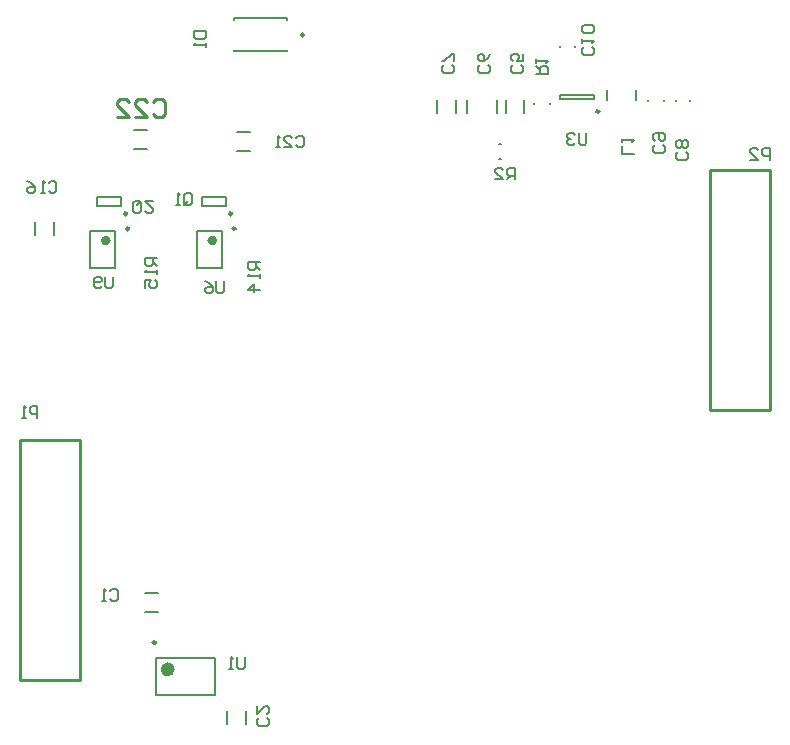
<source format=gbr>
%TF.GenerationSoftware,Altium Limited,Altium Designer,18.0.12 (696)*%
G04 Layer_Color=32896*
%FSLAX26Y26*%
%MOIN*%
%TF.FileFunction,Legend,Bot*%
%TF.Part,Single*%
G01*
G75*
%TA.AperFunction,NonConductor*%
%ADD78C,0.009842*%
%ADD79C,0.015748*%
%ADD80C,0.023622*%
%ADD81C,0.007874*%
%ADD82C,0.010000*%
D78*
X895669Y2450000D02*
G03*
X895669Y2450000I-4921J0D01*
G01*
X312599Y1803898D02*
G03*
X312599Y1803898I-4921J0D01*
G01*
X667598D02*
G03*
X667598Y1803898I-4921J0D01*
G01*
X1879551Y2195117D02*
G03*
X1879551Y2195117I-4921J0D01*
G01*
X401614Y424276D02*
G03*
X401614Y424276I-4921J0D01*
G01*
X655039Y1853661D02*
G03*
X655039Y1853661I-4921J0D01*
G01*
X305039D02*
G03*
X305039Y1853661I-4921J0D01*
G01*
D79*
X242717Y1764527D02*
G03*
X242717Y1764527I-7874J0D01*
G01*
X597717D02*
G03*
X597717Y1764527I-7874J0D01*
G01*
D80*
X452992Y334709D02*
G03*
X452992Y334709I-11811J0D01*
G01*
D81*
X63496Y1781346D02*
Y1824653D01*
X504Y1781346D02*
Y1824653D01*
X328346Y2131496D02*
X371654D01*
X328346Y2068504D02*
X371654D01*
X673346Y2126496D02*
X716654D01*
X673346Y2063504D02*
X716654D01*
X661417Y2505118D02*
X838583D01*
X661417Y2394882D02*
X838583D01*
Y2499213D02*
Y2505118D01*
X661417Y2499213D02*
Y2505118D01*
X838583Y2394882D02*
Y2400787D01*
X661417Y2394882D02*
Y2400787D01*
X183661Y1673976D02*
X266339D01*
X183661Y1796024D02*
X266339D01*
X183661Y1673976D02*
Y1796024D01*
X266339Y1673976D02*
Y1796024D01*
X538662Y1673976D02*
X621339D01*
X538662Y1796024D02*
X621339D01*
X538662Y1673976D02*
Y1796024D01*
X621339Y1673976D02*
Y1796024D01*
X1628528Y2189290D02*
Y2232596D01*
X1569472Y2189290D02*
Y2232596D01*
X1538212Y2189290D02*
Y2232598D01*
X1439786Y2189290D02*
Y2232598D01*
X1403150Y2189566D02*
Y2232874D01*
X1340158Y2189566D02*
Y2232874D01*
X2183606Y2228976D02*
Y2232912D01*
X2134394Y2228976D02*
Y2232912D01*
X2095576Y2228976D02*
Y2232912D01*
X2042426Y2228976D02*
Y2232912D01*
X1750394Y2408031D02*
Y2411969D01*
X1799606Y2408031D02*
Y2411969D01*
X1907086Y2233858D02*
Y2265354D01*
X2001574Y2233858D02*
Y2265354D01*
X1663410Y2218976D02*
Y2222914D01*
X1714590Y2218976D02*
Y2222914D01*
X1547032Y2086534D02*
X1550968D01*
X1547032Y2035352D02*
X1550968D01*
X1747662Y2248266D02*
X1861834D01*
X1747662Y2236456D02*
X1861834D01*
X1747662D02*
Y2248266D01*
X1861834Y2236456D02*
Y2248266D01*
X639504Y152346D02*
Y195654D01*
X702496Y152346D02*
Y195654D01*
X364346Y527504D02*
X407654D01*
X364346Y590496D02*
X407654D01*
X598662Y248094D02*
Y374080D01*
X401812Y248094D02*
Y374080D01*
Y248094D02*
X598662D01*
X401812Y374080D02*
X598662D01*
X635551Y1881220D02*
Y1908780D01*
X554449Y1881220D02*
Y1908780D01*
Y1881220D02*
X635551D01*
X554449Y1908780D02*
X635551D01*
X285551Y1881220D02*
Y1908780D01*
X204449Y1881220D02*
Y1908780D01*
Y1881220D02*
X285551D01*
X204449Y1908780D02*
X285551D01*
X404000Y1706000D02*
X364643D01*
Y1686321D01*
X371202Y1679762D01*
X384321D01*
X390881Y1686321D01*
Y1706000D01*
Y1692881D02*
X404000Y1679762D01*
Y1666643D02*
Y1653524D01*
Y1660083D01*
X364643D01*
X371202Y1666643D01*
X364643Y1607607D02*
Y1633845D01*
X384321D01*
X377762Y1620726D01*
Y1614166D01*
X384321Y1607607D01*
X397440D01*
X404000Y1614166D01*
Y1627285D01*
X397440Y1633845D01*
X748000Y1692000D02*
X708643D01*
Y1672321D01*
X715202Y1665762D01*
X728321D01*
X734881Y1672321D01*
Y1692000D01*
Y1678881D02*
X748000Y1665762D01*
Y1652643D02*
Y1639524D01*
Y1646083D01*
X708643D01*
X715202Y1652643D01*
X748000Y1600166D02*
X708643D01*
X728321Y1619845D01*
Y1593607D01*
X868762Y2107798D02*
X875321Y2114357D01*
X888440D01*
X895000Y2107798D01*
Y2081560D01*
X888440Y2075000D01*
X875321D01*
X868762Y2081560D01*
X829404Y2075000D02*
X855643D01*
X829404Y2101238D01*
Y2107798D01*
X835964Y2114357D01*
X849083D01*
X855643Y2107798D01*
X816285Y2075000D02*
X803166D01*
X809726D01*
Y2114357D01*
X816285Y2107798D01*
X698150Y375421D02*
Y342623D01*
X691590Y336063D01*
X678471D01*
X671911Y342623D01*
Y375421D01*
X658792Y336063D02*
X645673D01*
X652233D01*
Y375421D01*
X658792Y368861D01*
X1837150Y2121421D02*
Y2088623D01*
X1830590Y2082063D01*
X1817471D01*
X1810911Y2088623D01*
Y2121421D01*
X1797792Y2114861D02*
X1791233Y2121421D01*
X1778113D01*
X1771554Y2114861D01*
Y2108302D01*
X1778113Y2101742D01*
X1784673D01*
X1778113D01*
X1771554Y2095182D01*
Y2088623D01*
X1778113Y2082063D01*
X1791233D01*
X1797792Y2088623D01*
X1599016Y1968110D02*
Y2007468D01*
X1579337D01*
X1572777Y2000908D01*
Y1987789D01*
X1579337Y1981229D01*
X1599016D01*
X1585897D02*
X1572777Y1968110D01*
X1533420D02*
X1559658D01*
X1533420Y1994348D01*
Y2000908D01*
X1539980Y2007468D01*
X1553099D01*
X1559658Y2000908D01*
X1670299Y2318385D02*
X1709657D01*
Y2338064D01*
X1703097Y2344623D01*
X1689978D01*
X1683418Y2338064D01*
Y2318385D01*
Y2331504D02*
X1670299Y2344623D01*
Y2357742D02*
Y2370861D01*
Y2364302D01*
X1709657D01*
X1703097Y2357742D01*
X1996507Y2052063D02*
X1957150D01*
Y2078302D01*
Y2091421D02*
Y2104540D01*
Y2097980D01*
X1996507D01*
X1989947Y2091421D01*
X1856184Y2410348D02*
X1862743Y2403789D01*
Y2390670D01*
X1856184Y2384110D01*
X1829945D01*
X1823386Y2390670D01*
Y2403789D01*
X1829945Y2410348D01*
X1823386Y2423468D02*
Y2436587D01*
Y2430027D01*
X1862743D01*
X1856184Y2423468D01*
Y2456265D02*
X1862743Y2462825D01*
Y2475944D01*
X1856184Y2482504D01*
X1829945D01*
X1823386Y2475944D01*
Y2462825D01*
X1829945Y2456265D01*
X1856184D01*
X2090798Y2082238D02*
X2097357Y2075679D01*
Y2062560D01*
X2090798Y2056000D01*
X2064560D01*
X2058000Y2062560D01*
Y2075679D01*
X2064560Y2082238D01*
Y2095357D02*
X2058000Y2101917D01*
Y2115036D01*
X2064560Y2121596D01*
X2090798D01*
X2097357Y2115036D01*
Y2101917D01*
X2090798Y2095357D01*
X2084238D01*
X2077679Y2101917D01*
Y2121596D01*
X2168231Y2060293D02*
X2174791Y2053734D01*
Y2040615D01*
X2168231Y2034055D01*
X2141993D01*
X2135433Y2040615D01*
Y2053734D01*
X2141993Y2060293D01*
X2168231Y2073412D02*
X2174791Y2079972D01*
Y2093091D01*
X2168231Y2099651D01*
X2161671D01*
X2155112Y2093091D01*
X2148552Y2099651D01*
X2141993D01*
X2135433Y2093091D01*
Y2079972D01*
X2141993Y2073412D01*
X2148552D01*
X2155112Y2079972D01*
X2161671Y2073412D01*
X2168231D01*
X2155112Y2079972D02*
Y2093091D01*
X770947Y172302D02*
X777507Y165742D01*
Y152623D01*
X770947Y146063D01*
X744709D01*
X738150Y152623D01*
Y165742D01*
X744709Y172302D01*
X738150Y211659D02*
Y185421D01*
X764388Y211659D01*
X770947D01*
X777507Y205100D01*
Y191980D01*
X770947Y185421D01*
X1389947Y2348302D02*
X1396507Y2341742D01*
Y2328623D01*
X1389947Y2322063D01*
X1363709D01*
X1357150Y2328623D01*
Y2341742D01*
X1363709Y2348302D01*
X1396507Y2361421D02*
Y2387659D01*
X1389947D01*
X1363709Y2361421D01*
X1357150D01*
X1509947Y2348302D02*
X1516507Y2341742D01*
Y2328623D01*
X1509947Y2322063D01*
X1483709D01*
X1477150Y2328623D01*
Y2341742D01*
X1483709Y2348302D01*
X1516507Y2387659D02*
X1509947Y2374540D01*
X1496828Y2361421D01*
X1483709D01*
X1477150Y2367980D01*
Y2381099D01*
X1483709Y2387659D01*
X1490269D01*
X1496828Y2381099D01*
Y2361421D01*
X248022Y595231D02*
X254581Y601791D01*
X267700D01*
X274260Y595231D01*
Y568993D01*
X267700Y562433D01*
X254581D01*
X248022Y568993D01*
X234903Y562433D02*
X221784D01*
X228343D01*
Y601791D01*
X234903Y595231D01*
X1619947Y2348302D02*
X1626507Y2341742D01*
Y2328623D01*
X1619947Y2322063D01*
X1593709D01*
X1587150Y2328623D01*
Y2341742D01*
X1593709Y2348302D01*
X1626507Y2387659D02*
Y2361421D01*
X1606828D01*
X1613388Y2374540D01*
Y2381099D01*
X1606828Y2387659D01*
X1593709D01*
X1587150Y2381099D01*
Y2367980D01*
X1593709Y2361421D01*
X7150Y1172063D02*
Y1211421D01*
X-12529D01*
X-19089Y1204861D01*
Y1191742D01*
X-12529Y1185182D01*
X7150D01*
X-32208Y1172063D02*
X-45327D01*
X-38767D01*
Y1211421D01*
X-32208Y1204861D01*
X2447260Y2032528D02*
Y2071885D01*
X2427581D01*
X2421022Y2065326D01*
Y2052207D01*
X2427581Y2045647D01*
X2447260D01*
X2381664Y2032528D02*
X2407903D01*
X2381664Y2058766D01*
Y2065326D01*
X2388224Y2071885D01*
X2401343D01*
X2407903Y2065326D01*
X44022Y1957326D02*
X50581Y1963885D01*
X63700D01*
X70260Y1957326D01*
Y1931088D01*
X63700Y1924528D01*
X50581D01*
X44022Y1931088D01*
X30903Y1924528D02*
X17784D01*
X24343D01*
Y1963885D01*
X30903Y1957326D01*
X-28133Y1963885D02*
X-15014Y1957326D01*
X-1895Y1944207D01*
Y1931088D01*
X-8455Y1924528D01*
X-21574D01*
X-28133Y1931088D01*
Y1937647D01*
X-21574Y1944207D01*
X-1895D01*
X528643Y2463000D02*
X568000D01*
Y2443321D01*
X561440Y2436762D01*
X535202D01*
X528643Y2443321D01*
Y2463000D01*
X568000Y2423643D02*
Y2410523D01*
Y2417083D01*
X528643D01*
X535202Y2423643D01*
X496762Y1889560D02*
Y1915798D01*
X503321Y1922357D01*
X516440D01*
X523000Y1915798D01*
Y1889560D01*
X516440Y1883000D01*
X503321D01*
X509881Y1896119D02*
X496762Y1883000D01*
X503321D02*
X496762Y1889560D01*
X483643Y1883000D02*
X470524D01*
X477083D01*
Y1922357D01*
X483643Y1915798D01*
X260000Y1644357D02*
Y1611560D01*
X253440Y1605000D01*
X240321D01*
X233762Y1611560D01*
Y1644357D01*
X220643Y1611560D02*
X214083Y1605000D01*
X200964D01*
X194404Y1611560D01*
Y1637798D01*
X200964Y1644357D01*
X214083D01*
X220643Y1637798D01*
Y1631238D01*
X214083Y1624679D01*
X194404D01*
X351238Y1888440D02*
Y1862202D01*
X344679Y1855643D01*
X331560D01*
X325000Y1862202D01*
Y1888440D01*
X331560Y1895000D01*
X344679D01*
X338119Y1881881D02*
X351238Y1895000D01*
X344679D02*
X351238Y1888440D01*
X390596Y1895000D02*
X364357D01*
X390596Y1868762D01*
Y1862202D01*
X384036Y1855643D01*
X370917D01*
X364357Y1862202D01*
X630000Y1629357D02*
Y1596560D01*
X623440Y1590000D01*
X610321D01*
X603762Y1596560D01*
Y1629357D01*
X564404D02*
X577524Y1622798D01*
X590643Y1609679D01*
Y1596560D01*
X584083Y1590000D01*
X570964D01*
X564404Y1596560D01*
Y1603119D01*
X570964Y1609679D01*
X590643D01*
D82*
X2250000Y1200000D02*
Y2000000D01*
Y1200000D02*
X2450000D01*
Y2000000D01*
X2250000D02*
X2450000D01*
X-50000Y300000D02*
Y1100000D01*
Y300000D02*
X150000D01*
Y1100000D01*
X-50000D02*
X150000D01*
X393273Y2226512D02*
X403270Y2236509D01*
X423263D01*
X433260Y2226512D01*
Y2186525D01*
X423263Y2176528D01*
X403270D01*
X393273Y2186525D01*
X333293Y2176528D02*
X373280D01*
X333293Y2216515D01*
Y2226512D01*
X343289Y2236509D01*
X363283D01*
X373280Y2226512D01*
X273312Y2176528D02*
X313299D01*
X273312Y2216515D01*
Y2226512D01*
X283309Y2236509D01*
X303302D01*
X313299Y2226512D01*
%TF.MD5,be9f4da0a58c28dadf91a6adcfa7ae2e*%
M02*

</source>
